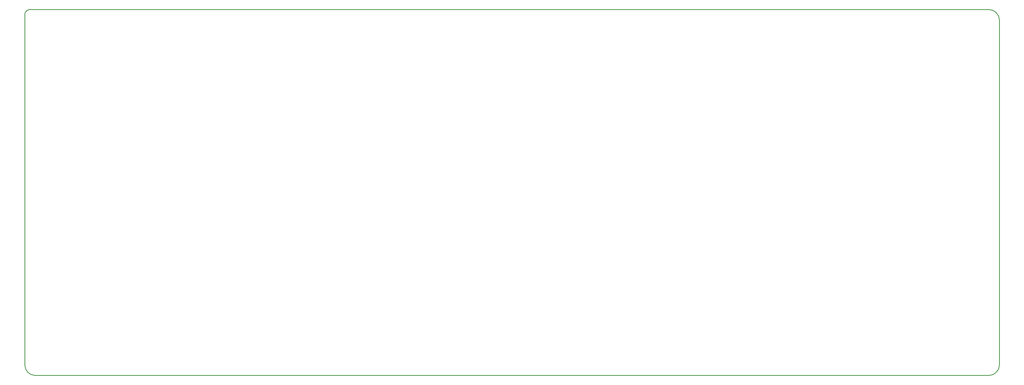
<source format=gbr>
G04 #@! TF.GenerationSoftware,KiCad,Pcbnew,(5.0.0)*
G04 #@! TF.CreationDate,2019-03-21T00:22:59+08:00*
G04 #@! TF.ProjectId,nqg,6E71672E6B696361645F706362000000,rev?*
G04 #@! TF.SameCoordinates,Original*
G04 #@! TF.FileFunction,Profile,NP*
%FSLAX46Y46*%
G04 Gerber Fmt 4.6, Leading zero omitted, Abs format (unit mm)*
G04 Created by KiCad (PCBNEW (5.0.0)) date 03/21/19 00:22:59*
%MOMM*%
%LPD*%
G01*
G04 APERTURE LIST*
%ADD10C,0.150000*%
G04 APERTURE END LIST*
D10*
X353617110Y-121444260D02*
G75*
G02X355998370Y-123825520I0J-2381260D01*
G01*
X140494340Y-200025840D02*
X140494340Y-122634890D01*
X142875600Y-202407100D02*
G75*
G02X140494340Y-200025840I0J2381260D01*
G01*
X353617110Y-202407100D02*
X142875600Y-202407100D01*
X355998370Y-200025840D02*
G75*
G02X353617110Y-202407100I-2381260J0D01*
G01*
X355998370Y-123825520D02*
X355998370Y-200025840D01*
X141684970Y-121444260D02*
X353617110Y-121444260D01*
X140490800Y-122631800D02*
G75*
G02X141681400Y-121441200I1190600J0D01*
G01*
M02*

</source>
